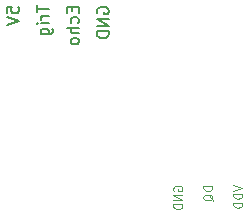
<source format=gbr>
%TF.GenerationSoftware,KiCad,Pcbnew,(5.1.9)-1*%
%TF.CreationDate,2021-04-23T18:31:25-07:00*%
%TF.ProjectId,LakeLevel,4c616b65-4c65-4766-956c-2e6b69636164,rev?*%
%TF.SameCoordinates,Original*%
%TF.FileFunction,Legend,Bot*%
%TF.FilePolarity,Positive*%
%FSLAX46Y46*%
G04 Gerber Fmt 4.6, Leading zero omitted, Abs format (unit mm)*
G04 Created by KiCad (PCBNEW (5.1.9)-1) date 2021-04-23 18:31:25*
%MOMM*%
%LPD*%
G01*
G04 APERTURE LIST*
%ADD10C,0.150000*%
%ADD11C,0.100000*%
G04 APERTURE END LIST*
D10*
X140898571Y-63835595D02*
X140898571Y-64168928D01*
X141422380Y-64311785D02*
X141422380Y-63835595D01*
X140422380Y-63835595D01*
X140422380Y-64311785D01*
X141374761Y-65168928D02*
X141422380Y-65073690D01*
X141422380Y-64883214D01*
X141374761Y-64787976D01*
X141327142Y-64740357D01*
X141231904Y-64692738D01*
X140946190Y-64692738D01*
X140850952Y-64740357D01*
X140803333Y-64787976D01*
X140755714Y-64883214D01*
X140755714Y-65073690D01*
X140803333Y-65168928D01*
X141422380Y-65597500D02*
X140422380Y-65597500D01*
X141422380Y-66026071D02*
X140898571Y-66026071D01*
X140803333Y-65978452D01*
X140755714Y-65883214D01*
X140755714Y-65740357D01*
X140803333Y-65645119D01*
X140850952Y-65597500D01*
X141422380Y-66645119D02*
X141374761Y-66549880D01*
X141327142Y-66502261D01*
X141231904Y-66454642D01*
X140946190Y-66454642D01*
X140850952Y-66502261D01*
X140803333Y-66549880D01*
X140755714Y-66645119D01*
X140755714Y-66787976D01*
X140803333Y-66883214D01*
X140850952Y-66930833D01*
X140946190Y-66978452D01*
X141231904Y-66978452D01*
X141327142Y-66930833D01*
X141374761Y-66883214D01*
X141422380Y-66787976D01*
X141422380Y-66645119D01*
X135342380Y-64311785D02*
X135342380Y-63835595D01*
X135818571Y-63787976D01*
X135770952Y-63835595D01*
X135723333Y-63930833D01*
X135723333Y-64168928D01*
X135770952Y-64264166D01*
X135818571Y-64311785D01*
X135913809Y-64359404D01*
X136151904Y-64359404D01*
X136247142Y-64311785D01*
X136294761Y-64264166D01*
X136342380Y-64168928D01*
X136342380Y-63930833D01*
X136294761Y-63835595D01*
X136247142Y-63787976D01*
X135342380Y-64645119D02*
X136342380Y-64978452D01*
X135342380Y-65311785D01*
X137882380Y-63692738D02*
X137882380Y-64264166D01*
X138882380Y-63978452D02*
X137882380Y-63978452D01*
X138882380Y-64597500D02*
X138215714Y-64597500D01*
X138406190Y-64597500D02*
X138310952Y-64645119D01*
X138263333Y-64692738D01*
X138215714Y-64787976D01*
X138215714Y-64883214D01*
X138882380Y-65216547D02*
X138215714Y-65216547D01*
X137882380Y-65216547D02*
X137930000Y-65168928D01*
X137977619Y-65216547D01*
X137930000Y-65264166D01*
X137882380Y-65216547D01*
X137977619Y-65216547D01*
X138215714Y-66121309D02*
X139025238Y-66121309D01*
X139120476Y-66073690D01*
X139168095Y-66026071D01*
X139215714Y-65930833D01*
X139215714Y-65787976D01*
X139168095Y-65692738D01*
X138834761Y-66121309D02*
X138882380Y-66026071D01*
X138882380Y-65835595D01*
X138834761Y-65740357D01*
X138787142Y-65692738D01*
X138691904Y-65645119D01*
X138406190Y-65645119D01*
X138310952Y-65692738D01*
X138263333Y-65740357D01*
X138215714Y-65835595D01*
X138215714Y-66026071D01*
X138263333Y-66121309D01*
X143010000Y-64359404D02*
X142962380Y-64264166D01*
X142962380Y-64121309D01*
X143010000Y-63978452D01*
X143105238Y-63883214D01*
X143200476Y-63835595D01*
X143390952Y-63787976D01*
X143533809Y-63787976D01*
X143724285Y-63835595D01*
X143819523Y-63883214D01*
X143914761Y-63978452D01*
X143962380Y-64121309D01*
X143962380Y-64216547D01*
X143914761Y-64359404D01*
X143867142Y-64407023D01*
X143533809Y-64407023D01*
X143533809Y-64216547D01*
X143962380Y-64835595D02*
X142962380Y-64835595D01*
X143962380Y-65407023D01*
X142962380Y-65407023D01*
X143962380Y-65883214D02*
X142962380Y-65883214D01*
X142962380Y-66121309D01*
X143010000Y-66264166D01*
X143105238Y-66359404D01*
X143200476Y-66407023D01*
X143390952Y-66454642D01*
X143533809Y-66454642D01*
X143724285Y-66407023D01*
X143819523Y-66359404D01*
X143914761Y-66264166D01*
X143962380Y-66121309D01*
X143962380Y-65883214D01*
D11*
X152739285Y-78983571D02*
X151989285Y-78983571D01*
X151989285Y-79162142D01*
X152025000Y-79269285D01*
X152096428Y-79340714D01*
X152167857Y-79376428D01*
X152310714Y-79412142D01*
X152417857Y-79412142D01*
X152560714Y-79376428D01*
X152632142Y-79340714D01*
X152703571Y-79269285D01*
X152739285Y-79162142D01*
X152739285Y-78983571D01*
X152810714Y-80233571D02*
X152775000Y-80162142D01*
X152703571Y-80090714D01*
X152596428Y-79983571D01*
X152560714Y-79912142D01*
X152560714Y-79840714D01*
X152739285Y-79876428D02*
X152703571Y-79805000D01*
X152632142Y-79733571D01*
X152489285Y-79697857D01*
X152239285Y-79697857D01*
X152096428Y-79733571D01*
X152025000Y-79805000D01*
X151989285Y-79876428D01*
X151989285Y-80019285D01*
X152025000Y-80090714D01*
X152096428Y-80162142D01*
X152239285Y-80197857D01*
X152489285Y-80197857D01*
X152632142Y-80162142D01*
X152703571Y-80090714D01*
X152739285Y-80019285D01*
X152739285Y-79876428D01*
X154529285Y-78876428D02*
X155279285Y-79126428D01*
X154529285Y-79376428D01*
X155279285Y-79626428D02*
X154529285Y-79626428D01*
X154529285Y-79805000D01*
X154565000Y-79912142D01*
X154636428Y-79983571D01*
X154707857Y-80019285D01*
X154850714Y-80055000D01*
X154957857Y-80055000D01*
X155100714Y-80019285D01*
X155172142Y-79983571D01*
X155243571Y-79912142D01*
X155279285Y-79805000D01*
X155279285Y-79626428D01*
X155279285Y-80376428D02*
X154529285Y-80376428D01*
X154529285Y-80555000D01*
X154565000Y-80662142D01*
X154636428Y-80733571D01*
X154707857Y-80769285D01*
X154850714Y-80805000D01*
X154957857Y-80805000D01*
X155100714Y-80769285D01*
X155172142Y-80733571D01*
X155243571Y-80662142D01*
X155279285Y-80555000D01*
X155279285Y-80376428D01*
X149485000Y-79376428D02*
X149449285Y-79305000D01*
X149449285Y-79197857D01*
X149485000Y-79090714D01*
X149556428Y-79019285D01*
X149627857Y-78983571D01*
X149770714Y-78947857D01*
X149877857Y-78947857D01*
X150020714Y-78983571D01*
X150092142Y-79019285D01*
X150163571Y-79090714D01*
X150199285Y-79197857D01*
X150199285Y-79269285D01*
X150163571Y-79376428D01*
X150127857Y-79412142D01*
X149877857Y-79412142D01*
X149877857Y-79269285D01*
X150199285Y-79733571D02*
X149449285Y-79733571D01*
X150199285Y-80162142D01*
X149449285Y-80162142D01*
X150199285Y-80519285D02*
X149449285Y-80519285D01*
X149449285Y-80697857D01*
X149485000Y-80805000D01*
X149556428Y-80876428D01*
X149627857Y-80912142D01*
X149770714Y-80947857D01*
X149877857Y-80947857D01*
X150020714Y-80912142D01*
X150092142Y-80876428D01*
X150163571Y-80805000D01*
X150199285Y-80697857D01*
X150199285Y-80519285D01*
M02*

</source>
